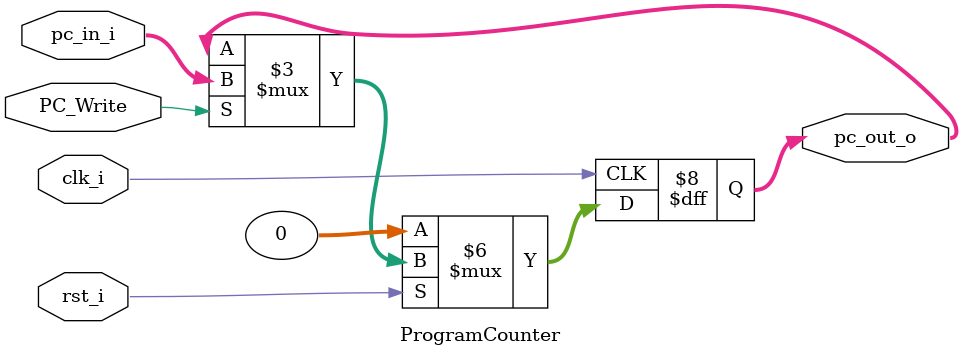
<source format=v>

module ProgramCounter(
    clk_i,
    rst_i,
    pc_in_i,
    PC_Write,
    pc_out_o
  );

  //I/O ports
  input           clk_i;
  input	          rst_i;
  input           PC_Write;
  input  [32-1:0] pc_in_i;
  output [32-1:0] pc_out_o;

  //Internal Signals
  reg    [32-1:0] pc_out_o;

  //Parameter


  //Main function
  always @(posedge clk_i)
  begin
    if(~rst_i)
      pc_out_o <= 0;
    else if(PC_Write)
      pc_out_o <= pc_in_i;
  end

endmodule






</source>
